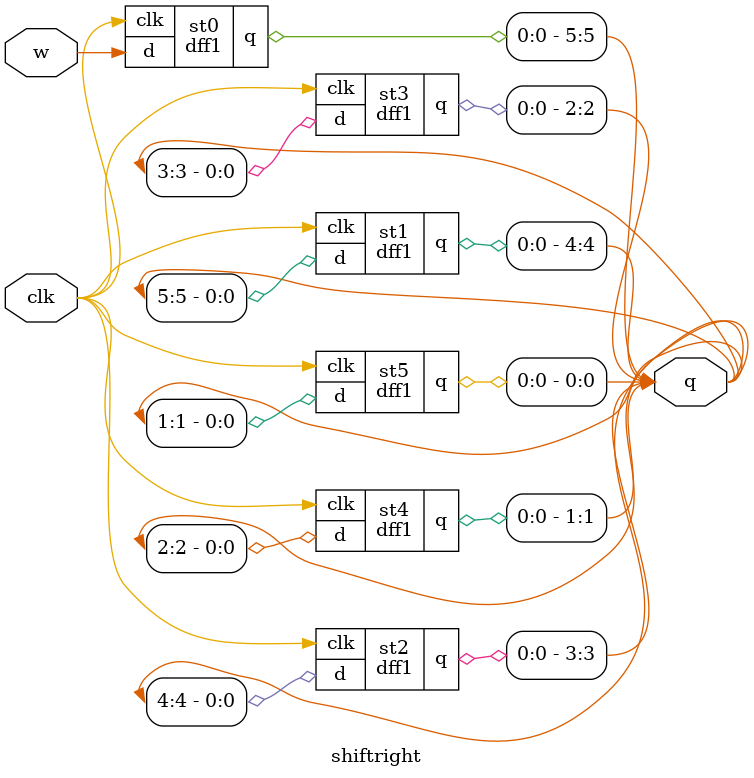
<source format=v>
module dff1(d,clk,q);
input d,clk;
output q;
reg q;
always @ (posedge clk)
begin
q<=d;
end
endmodule
module shiftright(w,clk,q);
input w,clk;
output [5:0]q;
dff1 st0(w,clk,q[5]);
dff1 st1(q[5],clk,q[4]);
dff1 st2(q[4],clk,q[3]);
dff1 st3(q[3],clk,q[2]);
dff1 st4(q[2],clk,q[1]);
dff1 st5(q[1],clk,q[0]);
endmodule

</source>
